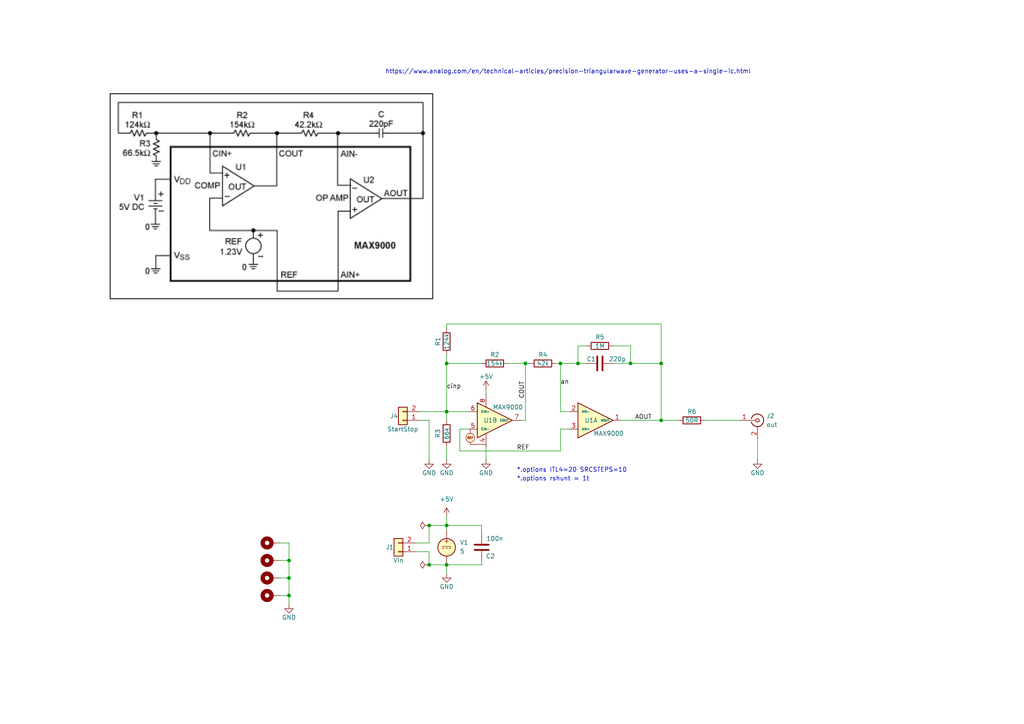
<source format=kicad_sch>
(kicad_sch (version 20230819) (generator eeschema)
  (paper "A4")
  (lib_symbols
    (symbol "Connector:Conn_Coaxial" (pin_names (offset 1.016) hide)
      (property "Reference" "J" (at 0.254 3.048 0))
      (property "Value" "Conn_Coaxial" (at 2.921 0 90))
      (symbol "Conn_Coaxial_0_1"
        (arc (start -1.778 -0.508) (mid 0.2311 -1.8066) (end 1.778 0) (stroke (width 0.254)))
        (polyline (pts (xy -2.54 0) (xy -0.508 0)))
        (polyline (pts (xy 0 -2.54) (xy 0 -1.778)))
        (circle (center 0 0) (radius 0.508) (stroke (width 0.2032)))
        (arc (start 1.778 0) (mid 0.2099 1.8101) (end -1.778 0.508) (stroke (width 0.254)))
      )
      (symbol "Conn_Coaxial_1_1"
        (pin passive line (at -5.08 0 0) (length 2.54) (name "In") (number "1"))
        (pin passive line (at 0 -5.08 90) (length 2.54) (name "Ext") (number "2"))
      )
    )
    (symbol "Connector_Generic:Conn_01x02" (pin_names (offset 1.016) hide)
      (property "Reference" "J" (at 0 2.54 0))
      (property "Value" "Conn_01x02" (at 0 -5.08 0))
      (symbol "Conn_01x02_1_1"
        (rectangle (start -1.27 -2.413) (end 0 -2.667) (stroke (width 0.1524)))
        (rectangle (start -1.27 0.127) (end 0 -0.127) (stroke (width 0.1524)))
        (rectangle (start -1.27 1.27) (end 1.27 -3.81) (stroke (width 0.254)) (fill (type background)))
        (pin passive line (at -5.08 0 0) (length 3.81) (name "Pin_1") (number "1"))
        (pin passive line (at -5.08 -2.54 0) (length 3.81) (name "Pin_2") (number "2"))
      )
    )
    (symbol "Device:C" (pin_numbers hide) (pin_names (offset 0.254))
      (property "Reference" "C" (at 0.635 2.54 0))
      (property "Value" "C" (at 0.635 -2.54 0))
      (symbol "C_0_1"
        (polyline (pts (xy -2.032 -0.762) (xy 2.032 -0.762)) (stroke (width 0.508)))
        (polyline (pts (xy -2.032 0.762) (xy 2.032 0.762)) (stroke (width 0.508)))
      )
      (symbol "C_1_1"
        (pin passive line (at 0 3.81 270) (length 2.794) (name "~") (number "1"))
        (pin passive line (at 0 -3.81 90) (length 2.794) (name "~") (number "2"))
      )
    )
    (symbol "Device:R" (pin_numbers hide) (pin_names (offset 0))
      (property "Reference" "R" (at 2.032 0 90))
      (property "Value" "R" (at 0 0 90))
      (symbol "R_0_1"
        (rectangle (start -1.016 -2.54) (end 1.016 2.54) (stroke (width 0.254)))
      )
      (symbol "R_1_1"
        (pin passive line (at 0 3.81 270) (length 1.27) (name "~") (number "1"))
        (pin passive line (at 0 -3.81 90) (length 1.27) (name "~") (number "2"))
      )
    )
    (symbol "Mechanical:MountingHole_Pad" (pin_numbers hide) (pin_names (offset 1.016) hide)
      (property "Reference" "H" (at 0 6.35 0))
      (property "Value" "MountingHole_Pad" (at 0 4.445 0))
      (symbol "MountingHole_Pad_0_1"
        (circle (center 0 1.27) (radius 1.27) (stroke (width 1.27)))
      )
      (symbol "MountingHole_Pad_1_1"
        (pin input line (at 0 -2.54 90) (length 2.54) (name "1") (number "1"))
      )
    )
    (symbol "PhysikIIIA:MAX9000" (pin_names (offset 1.016))
      (property "Reference" "U" (at 1.27 5.08 0))
      (property "Value" "MAX9000" (at 3.81 -5.08 0))
      (property "Sim.Library" "max9000.lib" (at 0 -21.59 0))
      (property "Sim.Name" "max9000" (at 0 -19.05 0))
      (property "Sim.Device" "SUBCKT" (at 0 -24.13 0))
      (property "Sim.Pins" "1=1 2=2 3=101 4=300 5=235 6=400 7=97 8=197" (at 0 -26.67 0))
      (symbol "MAX9000_0_1"
        (polyline (pts (xy -5.08 5.08) (xy 5.08 0) (xy -5.08 -5.08) (xy -5.08 5.08)) (stroke (width 0.254)) (fill (type background)))
      )
      (symbol "MAX9000_1_1"
        (pin output line (at 7.62 0 180) (length 2.54) (name "AOUT") (number "1"))
        (pin input line (at -7.62 -2.54 0) (length 2.54) (name "AIN-") (number "2"))
        (pin input line (at -7.62 2.54 0) (length 2.54) (name "AIN+") (number "3"))
      )
      (symbol "MAX9000_2_1"
        (circle (center -7.112 -5.08) (radius 1.27) (fill (type background)))
        (polyline (pts (xy -7.112 -2.54) (xy -7.112 -3.81)))
        (polyline (pts (xy -7.112 -6.35) (xy -7.112 -6.985) (xy -2.54 -6.985)))
        (text "REF" (at -7.112 -5.08 0) (effects (font (size 0.635 0.635))))
        (pin power_in line (at -2.54 -7.62 90) (length 3.81) (name "~") (number "4"))
        (pin input line (at -7.62 -2.54 0) (length 2.54) (name "CIN-") (number "5"))
        (pin input line (at -7.62 2.54 0) (length 2.54) (name "CIN+") (number "6"))
        (pin output line (at 7.62 0 180) (length 2.54) (name "COUT") (number "7"))
        (pin power_in line (at -2.54 7.62 270) (length 3.81) (name "~") (number "8"))
      )
    )
    (symbol "Simulation_SPICE:VDC" (pin_numbers hide) (pin_names (offset 0.0254))
      (property "Reference" "V" (at 2.54 2.54 0))
      (property "Value" "1" (at 2.54 0 0))
      (symbol "VDC_0_0"
        (polyline (pts (xy -1.27 0.254) (xy 1.27 0.254)))
        (polyline (pts (xy -0.762 -0.254) (xy -1.27 -0.254)))
        (polyline (pts (xy 0.254 -0.254) (xy -0.254 -0.254)))
        (polyline (pts (xy 1.27 -0.254) (xy 0.762 -0.254)))
        (text "+" (at 0 1.905 0) (effects (font (size 1.27 1.27))))
      )
      (symbol "VDC_0_1"
        (circle (center 0 0) (radius 2.54) (stroke (width 0.254)) (fill (type background)))
      )
      (symbol "VDC_1_1"
        (pin passive line (at 0 5.08 270) (length 2.54) (name "~") (number "1"))
        (pin passive line (at 0 -5.08 90) (length 2.54) (name "~") (number "2"))
      )
    )
    (symbol "power:+5V" (power) (pin_names (offset 0))
      (property "Value" "+5V" (at 0 3.556 0))
      (symbol "+5V_0_1"
        (polyline (pts (xy -0.762 1.27) (xy 0 2.54)))
        (polyline (pts (xy 0 0) (xy 0 2.54)))
        (polyline (pts (xy 0 2.54) (xy 0.762 1.27)))
      )
      (symbol "+5V_1_1"
        (pin power_in line (at 0 0 90) (length 0) hide (name "+5V") (number "1"))
      )
    )
    (symbol "power:GND" (power) (pin_names (offset 0))
      (property "Value" "GND" (at 0 -3.81 0))
      (symbol "GND_0_1"
        (polyline (pts (xy 0 0) (xy 0 -1.27) (xy 1.27 -1.27) (xy 0 -2.54) (xy -1.27 -1.27) (xy 0 -1.27)))
      )
      (symbol "GND_1_1"
        (pin power_in line (at 0 0 270) (length 0) hide (name "GND") (number "1"))
      )
    )
    (symbol "power:PWR_FLAG" (power) (pin_numbers hide) (pin_names (offset 0) hide)
      (property "Value" "PWR_FLAG" (at 0 3.81 0))
      (symbol "PWR_FLAG_0_0"
        (pin power_out line (at 0 0 90) (length 0) (name "pwr") (number "1"))
      )
      (symbol "PWR_FLAG_0_1"
        (polyline (pts (xy 0 0) (xy 0 1.27) (xy -1.016 1.905) (xy 0 2.54) (xy 1.016 1.905) (xy 0 1.27)))
      )
    )
  )
  (junction (at 162.56 105.41))
  (junction (at 191.77 121.92))
  (junction (at 83.82 162.56))
  (junction (at 182.88 105.41))
  (junction (at 129.54 105.41))
  (junction (at 167.64 105.41))
  (junction (at 124.46 152.4))
  (junction (at 129.54 152.4))
  (junction (at 83.82 172.72))
  (junction (at 129.54 163.83))
  (junction (at 191.77 105.41))
  (junction (at 83.82 167.64))
  (junction (at 152.4 105.41))
  (junction (at 129.54 119.38))
  (junction (at 124.46 163.83))
  (wire (pts (xy 121.92 119.38) (xy 129.54 119.38)))
  (wire (pts (xy 191.77 105.41) (xy 182.88 105.41)))
  (wire (pts (xy 81.28 172.72) (xy 83.82 172.72)))
  (wire (pts (xy 129.54 119.38) (xy 135.89 119.38)))
  (wire (pts (xy 140.97 113.03) (xy 140.97 114.3)))
  (wire (pts (xy 124.46 163.83) (xy 129.54 163.83)))
  (wire (pts (xy 124.46 121.92) (xy 124.46 133.35)))
  (wire (pts (xy 129.54 152.4) (xy 139.7 152.4)))
  (wire (pts (xy 152.4 121.92) (xy 152.4 105.41)))
  (wire (pts (xy 180.34 121.92) (xy 191.77 121.92)))
  (wire (pts (xy 196.85 121.92) (xy 191.77 121.92)))
  (wire (pts (xy 129.54 119.38) (xy 129.54 121.92)))
  (wire (pts (xy 152.4 105.41) (xy 153.67 105.41)))
  (wire (pts (xy 124.46 160.02) (xy 124.46 163.83)))
  (wire (pts (xy 121.92 121.92) (xy 124.46 121.92)))
  (wire (pts (xy 140.97 129.54) (xy 140.97 133.35)))
  (wire (pts (xy 177.8 100.33) (xy 182.88 100.33)))
  (wire (pts (xy 191.77 105.41) (xy 191.77 93.98)))
  (wire (pts (xy 133.35 130.81) (xy 162.56 130.81)))
  (wire (pts (xy 182.88 100.33) (xy 182.88 105.41)))
  (wire (pts (xy 81.28 167.64) (xy 83.82 167.64)))
  (wire (pts (xy 120.65 160.02) (xy 124.46 160.02)))
  (wire (pts (xy 81.28 162.56) (xy 83.82 162.56)))
  (wire (pts (xy 191.77 93.98) (xy 129.54 93.98)))
  (wire (pts (xy 191.77 121.92) (xy 191.77 105.41)))
  (wire (pts (xy 83.82 167.64) (xy 83.82 172.72)))
  (wire (pts (xy 162.56 130.81) (xy 162.56 124.46)))
  (wire (pts (xy 162.56 119.38) (xy 162.56 105.41)))
  (wire (pts (xy 214.63 121.92) (xy 204.47 121.92)))
  (wire (pts (xy 129.54 163.83) (xy 129.54 166.37)))
  (wire (pts (xy 129.54 105.41) (xy 139.7 105.41)))
  (wire (pts (xy 81.28 157.48) (xy 83.82 157.48)))
  (wire (pts (xy 129.54 149.86) (xy 129.54 152.4)))
  (wire (pts (xy 129.54 105.41) (xy 129.54 119.38)))
  (wire (pts (xy 129.54 102.87) (xy 129.54 105.41)))
  (wire (pts (xy 182.88 105.41) (xy 177.8 105.41)))
  (wire (pts (xy 165.1 119.38) (xy 162.56 119.38)))
  (wire (pts (xy 219.71 127) (xy 219.71 133.35)))
  (wire (pts (xy 167.64 100.33) (xy 167.64 105.41)))
  (wire (pts (xy 167.64 105.41) (xy 170.18 105.41)))
  (wire (pts (xy 162.56 124.46) (xy 165.1 124.46)))
  (wire (pts (xy 129.54 152.4) (xy 129.54 153.67)))
  (wire (pts (xy 151.13 121.92) (xy 152.4 121.92)))
  (wire (pts (xy 147.32 105.41) (xy 152.4 105.41)))
  (wire (pts (xy 120.65 157.48) (xy 124.46 157.48)))
  (wire (pts (xy 139.7 163.83) (xy 139.7 162.56)))
  (wire (pts (xy 161.29 105.41) (xy 162.56 105.41)))
  (wire (pts (xy 124.46 157.48) (xy 124.46 152.4)))
  (wire (pts (xy 83.82 157.48) (xy 83.82 162.56)))
  (wire (pts (xy 129.54 163.83) (xy 139.7 163.83)))
  (wire (pts (xy 139.7 152.4) (xy 139.7 154.94)))
  (wire (pts (xy 124.46 152.4) (xy 129.54 152.4)))
  (wire (pts (xy 133.35 124.46) (xy 133.35 130.81)))
  (wire (pts (xy 83.82 172.72) (xy 83.82 175.26)))
  (wire (pts (xy 135.89 124.46) (xy 133.35 124.46)))
  (wire (pts (xy 129.54 129.54) (xy 129.54 133.35)))
  (wire (pts (xy 170.18 100.33) (xy 167.64 100.33)))
  (wire (pts (xy 162.56 105.41) (xy 167.64 105.41)))
  (wire (pts (xy 83.82 162.56) (xy 83.82 167.64)))
  (wire (pts (xy 129.54 93.98) (xy 129.54 95.25)))
  (image (at 77.47 57.15) (scale 2.93819))
  (text "*.options rshunt = 1t" (at 149.86 139.7 0) (effects (font (size 1.27 1.27)) (justify left bottom)))
  (text "*.options ITL4=20 SRCSTEPS=10" (at 149.86 137.16 0) (effects (font (size 1.27 1.27)) (justify left bottom)))
  (text "https://www.analog.com/en/technical-articles/precision-triangularwave-generator-uses-a-single-ic.html" (at 111.76 21.59 0) (effects (font (size 1.27 1.27)) (justify left bottom)))
  (label "cinp" (at 129.54 113.03 0))
  (label "an" (at 162.56 111.76 0))
  (label "COUT" (at 152.4 115.57 90))
  (label "AOUT" (at 184.15 121.92 0))
  (label "REF" (at 149.86 130.81 0))
  (symbol (lib_id "Device:R") (at 200.66 121.92 90) (unit 1)
    (property "Reference" "R6" (at 200.66 119.38 90))
    (property "Value" "50R" (at 200.66 121.92 90))
    (property "Footprint" "Resistor_SMD:R_0603_1608Metric" (effects hide))
  )
  (symbol (lib_id "power:GND") (at 140.97 133.35 0) (unit 1)
    (property "Reference" "#PWR02" (effects hide))
    (property "Value" "GND" (at 140.97 137.16 0))
  )
  (symbol (lib_id "Mechanical:MountingHole_Pad") (at 78.74 157.48 90) (unit 1) (exclude_from_sim yes)
    (property "Reference" "H1" (effects hide))
    (property "Value" "MountingHole_Pad" (effects hide))
    (property "Footprint" "MountingHole:MountingHole_3.2mm_M3_DIN965_Pad" (effects hide))
  )
  (symbol (lib_id "PhysikIIIA:MAX9000") (at 172.72 121.92 0) (mirror x) (unit 1)
    (property "Reference" "U1" (at 171.45 121.92 0))
    (property "Value" "MAX9000" (at 176.53 125.73 0))
    (property "Footprint" "Package_SO:MSOP-8_3x3mm_P0.65mm" (effects hide))
    (property "Datasheet" "https://www.analog.com/media/en/technical-documentation/data-sheets/MAX9000-MAX9005.pdf" (effects hide))
    (property "Sim.Library" "max9000_LT.lib" (effects hide))
    (property "Sim.Name" "max9000" (effects hide))
    (property "Sim.Device" "SUBCKT" (effects hide))
    (property "Sim.Pins" "1=97 2=2 3=1 4=400 5=235 6=101 7=197 8=300" (effects hide))
  )
  (symbol (lib_id "Device:R") (at 129.54 99.06 180) (unit 1)
    (property "Reference" "R1" (at 127 99.06 90))
    (property "Value" "124k" (at 129.54 99.06 90))
    (property "Footprint" "Resistor_SMD:R_0603_1608Metric" (effects hide))
  )
  (symbol (lib_id "Device:C") (at 173.99 105.41 90) (unit 1)
    (property "Reference" "C1" (at 171.45 104.14 90))
    (property "Value" "220p" (at 179.07 104.14 90))
    (property "Footprint" "Capacitor_SMD:C_0805_2012Metric" (effects hide))
    (property "Sim.Device" "C" (effects hide))
    (property "Sim.Pins" "1=+ 2=-" (effects hide))
  )
  (symbol (lib_id "power:GND") (at 83.82 175.26 0) (unit 1)
    (property "Reference" "#PWR08" (effects hide))
    (property "Value" "GND" (at 83.82 179.07 0))
  )
  (symbol (lib_id "power:+5V") (at 129.54 149.86 0) (unit 1)
    (property "Reference" "#PWR04" (effects hide))
    (property "Value" "+5V" (at 129.54 144.78 0))
  )
  (symbol (lib_id "Mechanical:MountingHole_Pad") (at 78.74 162.56 90) (unit 1) (exclude_from_sim yes)
    (property "Reference" "H2" (effects hide))
    (property "Value" "MountingHole_Pad" (effects hide))
    (property "Footprint" "MountingHole:MountingHole_3.2mm_M3_DIN965_Pad" (effects hide))
  )
  (symbol (lib_id "power:+5V") (at 140.97 113.03 0) (unit 1)
    (property "Reference" "#PWR05" (effects hide))
    (property "Value" "+5V" (at 140.97 109.22 0))
  )
  (symbol (lib_id "Mechanical:MountingHole_Pad") (at 78.74 167.64 90) (unit 1) (exclude_from_sim yes)
    (property "Reference" "H3" (effects hide))
    (property "Value" "MountingHole_Pad" (effects hide))
    (property "Footprint" "MountingHole:MountingHole_3.2mm_M3_DIN965_Pad" (effects hide))
  )
  (symbol (lib_id "PhysikIIIA:MAX9000") (at 143.51 121.92 0) (unit 2)
    (property "Reference" "U1" (at 142.24 121.92 0))
    (property "Value" "MAX9000" (at 147.32 118.11 0))
    (property "Footprint" "Package_SO:MSOP-8_3x3mm_P0.65mm" (effects hide))
    (property "Datasheet" "https://www.analog.com/media/en/technical-documentation/data-sheets/MAX9000-MAX9005.pdf" (effects hide))
    (property "Sim.Library" "max9000_LT.lib" (effects hide))
    (property "Sim.Name" "max9000" (effects hide))
    (property "Sim.Device" "SUBCKT" (effects hide))
    (property "Sim.Pins" "1=97 2=2 3=1 4=400 5=235 6=101 7=197 8=300" (effects hide))
  )
  (symbol (lib_id "Device:R") (at 157.48 105.41 90) (unit 1)
    (property "Reference" "R4" (at 157.48 102.87 90))
    (property "Value" "42k" (at 157.48 105.41 90))
    (property "Footprint" "Resistor_SMD:R_0603_1608Metric" (effects hide))
  )
  (symbol (lib_id "Connector_Generic:Conn_01x02") (at 115.57 160.02 180) (unit 1) (exclude_from_sim yes)
    (property "Reference" "J1" (at 113.03 158.75 0))
    (property "Value" "Vin" (at 115.57 162.56 0))
    (property "Footprint" "Connector_PinHeader_2.54mm:PinHeader_1x02_P2.54mm_Vertical" (effects hide))
  )
  (symbol (lib_id "power:GND") (at 124.46 133.35 0) (unit 1)
    (property "Reference" "#PWR07" (effects hide))
    (property "Value" "GND" (at 124.46 137.16 0))
  )
  (symbol (lib_id "power:PWR_FLAG") (at 124.46 152.4 90) (unit 1)
    (property "Reference" "#FLG01" (effects hide))
    (property "Value" "PWR_FLAG" (effects hide))
  )
  (symbol (lib_id "power:GND") (at 219.71 133.35 0) (unit 1)
    (property "Reference" "#PWR03" (effects hide))
    (property "Value" "GND" (at 219.71 137.16 0))
  )
  (symbol (lib_id "Simulation_SPICE:VDC") (at 129.54 158.75 0) (unit 1) (in_bom no) (on_board no)
    (property "Reference" "V1" (at 133.35 157.3502 0) (effects (justify left)))
    (property "Value" "5" (at 133.35 159.8902 0) (effects (justify left)))
    (property "Sim.Pins" "1=+ 2=-" (effects hide))
    (property "Sim.Type" "DC" (effects hide))
    (property "Sim.Device" "V" (effects hide))
  )
  (symbol (lib_id "Connector:Conn_Coaxial") (at 219.71 121.92 0) (unit 1) (exclude_from_sim yes)
    (property "Reference" "J2" (at 222.25 120.65 0) (effects (justify left)))
    (property "Value" "out" (at 222.25 123.19 0) (effects (justify left)))
    (property "Footprint" "PhysikIIIA:Connector_TE_MCX_1060984-1" (effects hide))
    (property "Datasheet" " ~" (effects hide))
  )
  (symbol (lib_id "Device:C") (at 139.7 158.75 180) (unit 1)
    (property "Reference" "C2" (at 142.24 161.29 0))
    (property "Value" "100n" (at 143.51 156.21 0))
    (property "Footprint" "Capacitor_SMD:C_0805_2012Metric" (effects hide))
    (property "Sim.Device" "C" (effects hide))
    (property "Sim.Pins" "1=+ 2=-" (effects hide))
  )
  (symbol (lib_id "Device:R") (at 129.54 125.73 180) (unit 1)
    (property "Reference" "R3" (at 127 125.73 90))
    (property "Value" "66k" (at 129.54 125.73 90))
    (property "Footprint" "Resistor_SMD:R_0603_1608Metric" (effects hide))
  )
  (symbol (lib_id "Mechanical:MountingHole_Pad") (at 78.74 172.72 90) (unit 1) (exclude_from_sim yes)
    (property "Reference" "H4" (effects hide))
    (property "Value" "MountingHole_Pad" (effects hide))
    (property "Footprint" "MountingHole:MountingHole_3.2mm_M3_DIN965_Pad" (effects hide))
  )
  (symbol (lib_id "power:GND") (at 129.54 166.37 0) (unit 1)
    (property "Reference" "#PWR01" (effects hide))
    (property "Value" "GND" (at 129.54 170.18 0))
  )
  (symbol (lib_id "Device:R") (at 173.99 100.33 90) (unit 1)
    (property "Reference" "R5" (at 173.99 97.79 90))
    (property "Value" "1M" (at 173.99 100.33 90))
    (property "Footprint" "Resistor_SMD:R_0603_1608Metric" (effects hide))
  )
  (symbol (lib_id "Device:R") (at 143.51 105.41 90) (unit 1)
    (property "Reference" "R2" (at 143.51 102.87 90))
    (property "Value" "154k" (at 143.51 105.41 90))
    (property "Footprint" "Resistor_SMD:R_0603_1608Metric" (effects hide))
  )
  (symbol (lib_id "power:PWR_FLAG") (at 124.46 163.83 90) (unit 1)
    (property "Reference" "#FLG02" (effects hide))
    (property "Value" "PWR_FLAG" (effects hide))
  )
  (symbol (lib_id "power:GND") (at 129.54 133.35 0) (unit 1)
    (property "Reference" "#PWR06" (effects hide))
    (property "Value" "GND" (at 129.54 137.16 0))
  )
  (symbol (lib_id "Connector_Generic:Conn_01x02") (at 116.84 121.92 180) (unit 1) (exclude_from_sim yes)
    (property "Reference" "J4" (at 114.3 120.65 0))
    (property "Value" "StartStop" (at 116.84 124.46 0))
    (property "Footprint" "Connector_PinHeader_2.54mm:PinHeader_1x02_P2.54mm_Vertical" (effects hide))
  )
)
</source>
